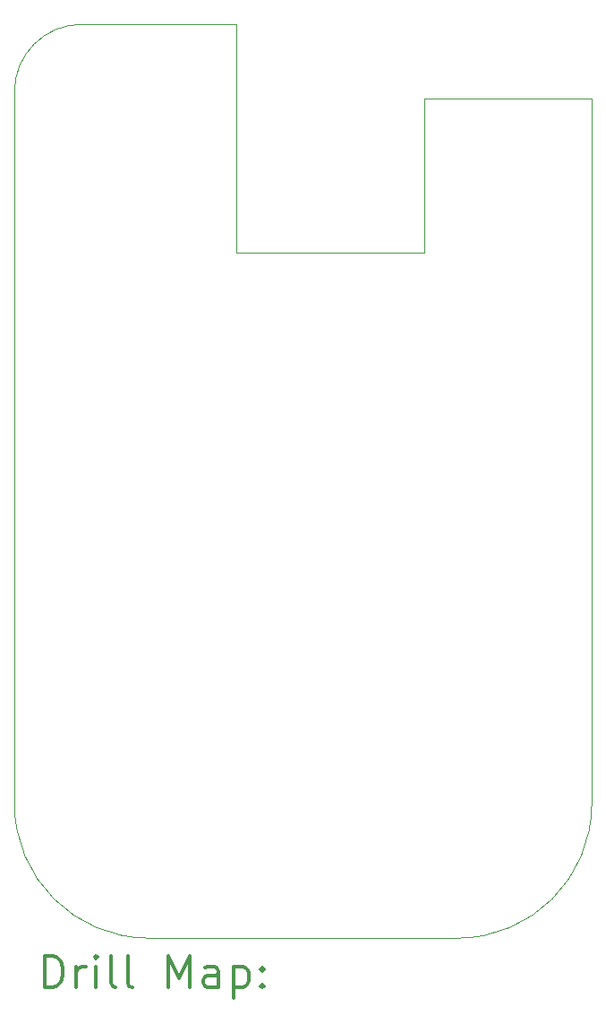
<source format=gbr>
%FSLAX45Y45*%
G04 Gerber Fmt 4.5, Leading zero omitted, Abs format (unit mm)*
G04 Created by KiCad (PCBNEW (5.1.12)-1) date 2022-05-09 10:01:57*
%MOMM*%
%LPD*%
G01*
G04 APERTURE LIST*
%TA.AperFunction,Profile*%
%ADD10C,0.002540*%
%TD*%
%ADD11C,0.200000*%
%ADD12C,0.300000*%
G04 APERTURE END LIST*
D10*
X11446510Y-11635740D02*
G75*
G03*
X12716510Y-12905740I1270000J0D01*
G01*
X15637510Y-12905740D02*
G75*
G03*
X16907510Y-11635740I0J1270000D01*
G01*
X12081510Y-4269740D02*
G75*
G03*
X11446510Y-4904740I0J-635000D01*
G01*
X13542010Y-4269740D02*
X12081510Y-4269740D01*
X13542010Y-6428740D02*
X13542010Y-4269740D01*
X15320010Y-6428740D02*
X13542010Y-6428740D01*
X15320010Y-4968240D02*
X15320010Y-6428740D01*
X16907510Y-4968240D02*
X15320010Y-4968240D01*
X16907510Y-11635740D02*
X16907510Y-4968240D01*
X12716510Y-12905740D02*
X15637510Y-12905740D01*
X11446510Y-4904740D02*
X11446510Y-11635740D01*
D11*
D12*
X11732811Y-13371581D02*
X11732811Y-13071581D01*
X11804240Y-13071581D01*
X11847097Y-13085867D01*
X11875669Y-13114438D01*
X11889954Y-13143010D01*
X11904240Y-13200153D01*
X11904240Y-13243010D01*
X11889954Y-13300153D01*
X11875669Y-13328724D01*
X11847097Y-13357296D01*
X11804240Y-13371581D01*
X11732811Y-13371581D01*
X12032811Y-13371581D02*
X12032811Y-13171581D01*
X12032811Y-13228724D02*
X12047097Y-13200153D01*
X12061383Y-13185867D01*
X12089954Y-13171581D01*
X12118526Y-13171581D01*
X12218526Y-13371581D02*
X12218526Y-13171581D01*
X12218526Y-13071581D02*
X12204240Y-13085867D01*
X12218526Y-13100153D01*
X12232811Y-13085867D01*
X12218526Y-13071581D01*
X12218526Y-13100153D01*
X12404240Y-13371581D02*
X12375669Y-13357296D01*
X12361383Y-13328724D01*
X12361383Y-13071581D01*
X12561383Y-13371581D02*
X12532811Y-13357296D01*
X12518526Y-13328724D01*
X12518526Y-13071581D01*
X12904240Y-13371581D02*
X12904240Y-13071581D01*
X13004240Y-13285867D01*
X13104240Y-13071581D01*
X13104240Y-13371581D01*
X13375669Y-13371581D02*
X13375669Y-13214438D01*
X13361383Y-13185867D01*
X13332811Y-13171581D01*
X13275669Y-13171581D01*
X13247097Y-13185867D01*
X13375669Y-13357296D02*
X13347097Y-13371581D01*
X13275669Y-13371581D01*
X13247097Y-13357296D01*
X13232811Y-13328724D01*
X13232811Y-13300153D01*
X13247097Y-13271581D01*
X13275669Y-13257296D01*
X13347097Y-13257296D01*
X13375669Y-13243010D01*
X13518526Y-13171581D02*
X13518526Y-13471581D01*
X13518526Y-13185867D02*
X13547097Y-13171581D01*
X13604240Y-13171581D01*
X13632811Y-13185867D01*
X13647097Y-13200153D01*
X13661383Y-13228724D01*
X13661383Y-13314438D01*
X13647097Y-13343010D01*
X13632811Y-13357296D01*
X13604240Y-13371581D01*
X13547097Y-13371581D01*
X13518526Y-13357296D01*
X13789954Y-13343010D02*
X13804240Y-13357296D01*
X13789954Y-13371581D01*
X13775669Y-13357296D01*
X13789954Y-13343010D01*
X13789954Y-13371581D01*
X13789954Y-13185867D02*
X13804240Y-13200153D01*
X13789954Y-13214438D01*
X13775669Y-13200153D01*
X13789954Y-13185867D01*
X13789954Y-13214438D01*
M02*

</source>
